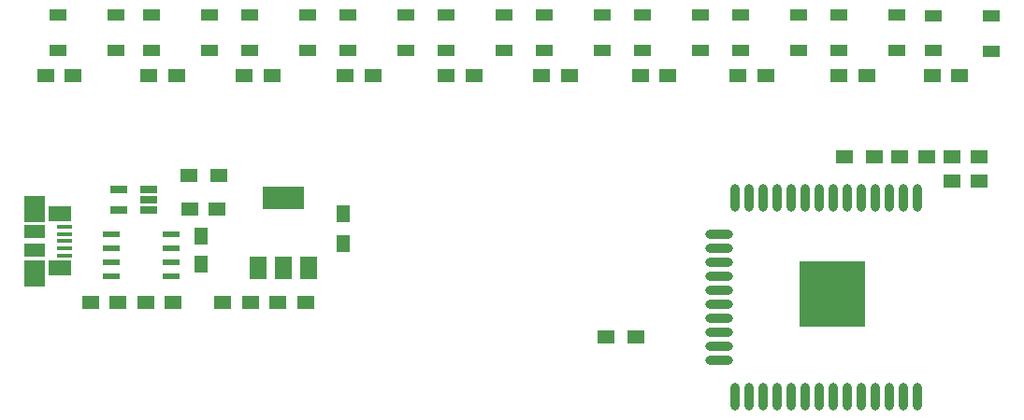
<source format=gbr>
G04 #@! TF.GenerationSoftware,KiCad,Pcbnew,5.0.1*
G04 #@! TF.CreationDate,2019-01-19T07:31:32-06:00*
G04 #@! TF.ProjectId,badge,62616467652E6B696361645F70636200,rev?*
G04 #@! TF.SameCoordinates,Original*
G04 #@! TF.FileFunction,Paste,Top*
G04 #@! TF.FilePolarity,Positive*
%FSLAX46Y46*%
G04 Gerber Fmt 4.6, Leading zero omitted, Abs format (unit mm)*
G04 Created by KiCad (PCBNEW 5.0.1) date Sat 19 Jan 2019 07:31:32 AM CST*
%MOMM*%
%LPD*%
G01*
G04 APERTURE LIST*
%ADD10R,1.550000X0.600000*%
%ADD11R,1.600000X1.000000*%
%ADD12O,0.900000X2.500000*%
%ADD13O,2.500000X0.900000*%
%ADD14R,6.000000X6.000000*%
%ADD15R,1.500000X1.250000*%
%ADD16R,1.500000X1.300000*%
%ADD17R,1.250000X1.500000*%
%ADD18R,3.800000X2.000000*%
%ADD19R,1.500000X2.000000*%
%ADD20R,1.380000X0.450000*%
%ADD21R,2.100000X1.475000*%
%ADD22R,1.900000X2.375000*%
%ADD23R,1.900000X1.175000*%
%ADD24R,1.300000X1.500000*%
%ADD25R,1.560000X0.650000*%
G04 APERTURE END LIST*
D10*
G04 #@! TO.C,U2*
X95156000Y-113665000D03*
X95156000Y-114935000D03*
X95156000Y-116205000D03*
X95156000Y-117475000D03*
X89756000Y-117475000D03*
X89756000Y-116205000D03*
X89756000Y-114935000D03*
X89756000Y-113665000D03*
G04 #@! TD*
D11*
G04 #@! TO.C,0101*
X84920000Y-93828576D03*
X84920000Y-96978576D03*
X90170000Y-93828576D03*
X90170000Y-97028576D03*
G04 #@! TD*
G04 #@! TO.C,0001*
X102215000Y-93825576D03*
X102215000Y-96975576D03*
X107465000Y-93825576D03*
X107465000Y-97025576D03*
G04 #@! TD*
G04 #@! TO.C,0100*
X155555000Y-93825576D03*
X155555000Y-96975576D03*
X160805000Y-93825576D03*
X160805000Y-97025576D03*
G04 #@! TD*
G04 #@! TO.C,1000*
X164145000Y-93853576D03*
X164145000Y-97003576D03*
X169395000Y-93853576D03*
X169395000Y-97053576D03*
G04 #@! TD*
G04 #@! TO.C,1100*
X146665000Y-93825576D03*
X146665000Y-96975576D03*
X151915000Y-93825576D03*
X151915000Y-97025576D03*
G04 #@! TD*
G04 #@! TO.C,0010*
X137775000Y-93825576D03*
X137775000Y-96975576D03*
X143025000Y-93825576D03*
X143025000Y-97025576D03*
G04 #@! TD*
G04 #@! TO.C,1010*
X128885000Y-93825576D03*
X128885000Y-96975576D03*
X134135000Y-93825576D03*
X134135000Y-97025576D03*
G04 #@! TD*
G04 #@! TO.C,0110*
X119995000Y-93825576D03*
X119995000Y-96975576D03*
X125245000Y-93825576D03*
X125245000Y-97025576D03*
G04 #@! TD*
G04 #@! TO.C,1110*
X111105000Y-93825576D03*
X111105000Y-96975576D03*
X116355000Y-93825576D03*
X116355000Y-97025576D03*
G04 #@! TD*
G04 #@! TO.C,1001*
X93325000Y-93825576D03*
X93325000Y-96975576D03*
X98575000Y-93825576D03*
X98575000Y-97025576D03*
G04 #@! TD*
D12*
G04 #@! TO.C,U1*
X162730000Y-128380000D03*
X161460000Y-128380000D03*
X160190000Y-128380000D03*
X158920000Y-128380000D03*
X157650000Y-128380000D03*
X156380000Y-128380000D03*
X155110000Y-128380000D03*
X153840000Y-128380000D03*
X152570000Y-128380000D03*
X151300000Y-128380000D03*
X150030000Y-128380000D03*
X148760000Y-128380000D03*
X147490000Y-128380000D03*
X146220000Y-128380000D03*
D13*
X144730000Y-125095000D03*
X144730000Y-123825000D03*
X144730000Y-122555000D03*
X144730000Y-121285000D03*
X144730000Y-120015000D03*
X144730000Y-118745000D03*
X144730000Y-117475000D03*
X144730000Y-116205000D03*
X144730000Y-114935000D03*
X144730000Y-113665000D03*
D12*
X146220000Y-110380000D03*
X147490000Y-110380000D03*
X148760000Y-110380000D03*
X150030000Y-110380000D03*
X151300000Y-110380000D03*
X152570000Y-110380000D03*
X153840000Y-110380000D03*
X155110000Y-110380000D03*
X156380000Y-110380000D03*
X157650000Y-110380000D03*
X158920000Y-110380000D03*
X160190000Y-110380000D03*
X161460000Y-110380000D03*
X162730000Y-110380000D03*
D14*
X155030000Y-119080000D03*
G04 #@! TD*
D15*
G04 #@! TO.C,C1*
X164034000Y-99301000D03*
X166534000Y-99301000D03*
G04 #@! TD*
G04 #@! TO.C,C2*
X155632000Y-99301000D03*
X158132000Y-99301000D03*
G04 #@! TD*
G04 #@! TO.C,C3*
X146488000Y-99301000D03*
X148988000Y-99301000D03*
G04 #@! TD*
G04 #@! TO.C,C4*
X137618000Y-99301000D03*
X140118000Y-99301000D03*
G04 #@! TD*
G04 #@! TO.C,C5*
X128708000Y-99301000D03*
X131208000Y-99301000D03*
G04 #@! TD*
G04 #@! TO.C,C6*
X120072000Y-99301000D03*
X122572000Y-99301000D03*
G04 #@! TD*
G04 #@! TO.C,C7*
X110928000Y-99301000D03*
X113428000Y-99301000D03*
G04 #@! TD*
G04 #@! TO.C,C8*
X101784000Y-99301000D03*
X104284000Y-99301000D03*
G04 #@! TD*
G04 #@! TO.C,C9*
X93148000Y-99301000D03*
X95648000Y-99301000D03*
G04 #@! TD*
G04 #@! TO.C,C10*
X83770000Y-99301000D03*
X86270000Y-99301000D03*
G04 #@! TD*
G04 #@! TO.C,C11*
X161070000Y-106647000D03*
X163570000Y-106647000D03*
G04 #@! TD*
G04 #@! TO.C,C12*
X165820000Y-106647000D03*
X168320000Y-106647000D03*
G04 #@! TD*
G04 #@! TO.C,C13*
X165820000Y-108839000D03*
X168320000Y-108839000D03*
G04 #@! TD*
D16*
G04 #@! TO.C,R1*
X156120000Y-106647000D03*
X158820000Y-106647000D03*
G04 #@! TD*
D15*
G04 #@! TO.C,C14*
X87820000Y-119897000D03*
X90320000Y-119897000D03*
G04 #@! TD*
D17*
G04 #@! TO.C,C15*
X97820000Y-116397000D03*
X97820000Y-113897000D03*
G04 #@! TD*
D15*
G04 #@! TO.C,C16*
X107320000Y-119897000D03*
X104820000Y-119897000D03*
G04 #@! TD*
G04 #@! TO.C,C17*
X99320000Y-111397000D03*
X96820000Y-111397000D03*
G04 #@! TD*
G04 #@! TO.C,C18*
X102320000Y-119897000D03*
X99820000Y-119897000D03*
G04 #@! TD*
G04 #@! TO.C,C19*
X92820000Y-119897000D03*
X95320000Y-119897000D03*
G04 #@! TD*
D16*
G04 #@! TO.C,R2*
X96720000Y-108397000D03*
X99420000Y-108397000D03*
G04 #@! TD*
D18*
G04 #@! TO.C,U4*
X105320000Y-110397000D03*
D19*
X105320000Y-116697000D03*
X107620000Y-116697000D03*
X103020000Y-116697000D03*
G04 #@! TD*
D20*
G04 #@! TO.C,J10*
X85464000Y-113011000D03*
X85464000Y-113661000D03*
X85464000Y-114311000D03*
X85464000Y-114961000D03*
X85464000Y-115611000D03*
D21*
X85104000Y-111848500D03*
X85104000Y-116773500D03*
D22*
X82804000Y-111401000D03*
X82804000Y-117221000D03*
D23*
X82804000Y-113471000D03*
X82804000Y-115151000D03*
G04 #@! TD*
D24*
G04 #@! TO.C,R3*
X110744000Y-111807000D03*
X110744000Y-114507000D03*
G04 #@! TD*
D25*
G04 #@! TO.C,U3*
X93124000Y-111501000D03*
X93124000Y-110551000D03*
X93124000Y-109601000D03*
X90424000Y-109601000D03*
X90424000Y-111501000D03*
G04 #@! TD*
D16*
G04 #@! TO.C,R4*
X137220000Y-122997000D03*
X134520000Y-122997000D03*
G04 #@! TD*
M02*

</source>
